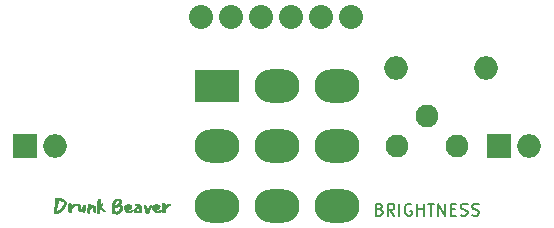
<source format=gbr>
G04 #@! TF.GenerationSoftware,KiCad,Pcbnew,(5.1.9-0-10_14)*
G04 #@! TF.CreationDate,2021-07-10T16:18:32+02:00*
G04 #@! TF.ProjectId,3pdt-switch,33706474-2d73-4776-9974-63682e6b6963,rev?*
G04 #@! TF.SameCoordinates,Original*
G04 #@! TF.FileFunction,Soldermask,Top*
G04 #@! TF.FilePolarity,Negative*
%FSLAX46Y46*%
G04 Gerber Fmt 4.6, Leading zero omitted, Abs format (unit mm)*
G04 Created by KiCad (PCBNEW (5.1.9-0-10_14)) date 2021-07-10 16:18:32*
%MOMM*%
%LPD*%
G01*
G04 APERTURE LIST*
%ADD10C,0.150000*%
%ADD11C,0.010000*%
%ADD12R,3.816000X2.816000*%
%ADD13O,3.816000X2.816000*%
%ADD14O,1.930400X1.930400*%
%ADD15O,2.000000X2.000000*%
%ADD16O,2.032000X2.032000*%
%ADD17R,2.000000X2.000000*%
G04 APERTURE END LIST*
D10*
X123000000Y-101782571D02*
X123142857Y-101830190D01*
X123190476Y-101877809D01*
X123238095Y-101973047D01*
X123238095Y-102115904D01*
X123190476Y-102211142D01*
X123142857Y-102258761D01*
X123047619Y-102306380D01*
X122666666Y-102306380D01*
X122666666Y-101306380D01*
X123000000Y-101306380D01*
X123095238Y-101354000D01*
X123142857Y-101401619D01*
X123190476Y-101496857D01*
X123190476Y-101592095D01*
X123142857Y-101687333D01*
X123095238Y-101734952D01*
X123000000Y-101782571D01*
X122666666Y-101782571D01*
X124238095Y-102306380D02*
X123904761Y-101830190D01*
X123666666Y-102306380D02*
X123666666Y-101306380D01*
X124047619Y-101306380D01*
X124142857Y-101354000D01*
X124190476Y-101401619D01*
X124238095Y-101496857D01*
X124238095Y-101639714D01*
X124190476Y-101734952D01*
X124142857Y-101782571D01*
X124047619Y-101830190D01*
X123666666Y-101830190D01*
X124666666Y-102306380D02*
X124666666Y-101306380D01*
X125666666Y-101354000D02*
X125571428Y-101306380D01*
X125428571Y-101306380D01*
X125285714Y-101354000D01*
X125190476Y-101449238D01*
X125142857Y-101544476D01*
X125095238Y-101734952D01*
X125095238Y-101877809D01*
X125142857Y-102068285D01*
X125190476Y-102163523D01*
X125285714Y-102258761D01*
X125428571Y-102306380D01*
X125523809Y-102306380D01*
X125666666Y-102258761D01*
X125714285Y-102211142D01*
X125714285Y-101877809D01*
X125523809Y-101877809D01*
X126142857Y-102306380D02*
X126142857Y-101306380D01*
X126142857Y-101782571D02*
X126714285Y-101782571D01*
X126714285Y-102306380D02*
X126714285Y-101306380D01*
X127047619Y-101306380D02*
X127619047Y-101306380D01*
X127333333Y-102306380D02*
X127333333Y-101306380D01*
X127952380Y-102306380D02*
X127952380Y-101306380D01*
X128523809Y-102306380D01*
X128523809Y-101306380D01*
X129000000Y-101782571D02*
X129333333Y-101782571D01*
X129476190Y-102306380D02*
X129000000Y-102306380D01*
X129000000Y-101306380D01*
X129476190Y-101306380D01*
X129857142Y-102258761D02*
X130000000Y-102306380D01*
X130238095Y-102306380D01*
X130333333Y-102258761D01*
X130380952Y-102211142D01*
X130428571Y-102115904D01*
X130428571Y-102020666D01*
X130380952Y-101925428D01*
X130333333Y-101877809D01*
X130238095Y-101830190D01*
X130047619Y-101782571D01*
X129952380Y-101734952D01*
X129904761Y-101687333D01*
X129857142Y-101592095D01*
X129857142Y-101496857D01*
X129904761Y-101401619D01*
X129952380Y-101354000D01*
X130047619Y-101306380D01*
X130285714Y-101306380D01*
X130428571Y-101354000D01*
X130809523Y-102258761D02*
X130952380Y-102306380D01*
X131190476Y-102306380D01*
X131285714Y-102258761D01*
X131333333Y-102211142D01*
X131380952Y-102115904D01*
X131380952Y-102020666D01*
X131333333Y-101925428D01*
X131285714Y-101877809D01*
X131190476Y-101830190D01*
X131000000Y-101782571D01*
X130904761Y-101734952D01*
X130857142Y-101687333D01*
X130809523Y-101592095D01*
X130809523Y-101496857D01*
X130857142Y-101401619D01*
X130904761Y-101354000D01*
X131000000Y-101306380D01*
X131238095Y-101306380D01*
X131380952Y-101354000D01*
D11*
G36*
X104715390Y-101262675D02*
G01*
X104748260Y-101281294D01*
X104751418Y-101284318D01*
X104763479Y-101298178D01*
X104770905Y-101314204D01*
X104774364Y-101337868D01*
X104774523Y-101374643D01*
X104772050Y-101430000D01*
X104771161Y-101446243D01*
X104763686Y-101580950D01*
X104793016Y-101517450D01*
X104826960Y-101457523D01*
X104868714Y-101414047D01*
X104926107Y-101379420D01*
X104943497Y-101371397D01*
X104988827Y-101356919D01*
X105048969Y-101345090D01*
X105115194Y-101336858D01*
X105178769Y-101333167D01*
X105230965Y-101334965D01*
X105249945Y-101338187D01*
X105272910Y-101346987D01*
X105275133Y-101360920D01*
X105270132Y-101371712D01*
X105253128Y-101391724D01*
X105240919Y-101396799D01*
X105216090Y-101403144D01*
X105176507Y-101419880D01*
X105128715Y-101443561D01*
X105079259Y-101470741D01*
X105034685Y-101497973D01*
X105001539Y-101521813D01*
X104998425Y-101524471D01*
X104949239Y-101576234D01*
X104901260Y-101641859D01*
X104857820Y-101715078D01*
X104822248Y-101789623D01*
X104797872Y-101859226D01*
X104788024Y-101917617D01*
X104787967Y-101920675D01*
X104776865Y-101962138D01*
X104748063Y-101990930D01*
X104707244Y-102004307D01*
X104660089Y-101999521D01*
X104640636Y-101991864D01*
X104620324Y-101980304D01*
X104604428Y-101965635D01*
X104592413Y-101944829D01*
X104583744Y-101914856D01*
X104577887Y-101872689D01*
X104574306Y-101815300D01*
X104572467Y-101739661D01*
X104571835Y-101642742D01*
X104571800Y-101602122D01*
X104571910Y-101499698D01*
X104572765Y-101419861D01*
X104575148Y-101359797D01*
X104579843Y-101316692D01*
X104587634Y-101287734D01*
X104599306Y-101270110D01*
X104615642Y-101261004D01*
X104637427Y-101257605D01*
X104665444Y-101257099D01*
X104667957Y-101257099D01*
X104715390Y-101262675D01*
G37*
X104715390Y-101262675D02*
X104748260Y-101281294D01*
X104751418Y-101284318D01*
X104763479Y-101298178D01*
X104770905Y-101314204D01*
X104774364Y-101337868D01*
X104774523Y-101374643D01*
X104772050Y-101430000D01*
X104771161Y-101446243D01*
X104763686Y-101580950D01*
X104793016Y-101517450D01*
X104826960Y-101457523D01*
X104868714Y-101414047D01*
X104926107Y-101379420D01*
X104943497Y-101371397D01*
X104988827Y-101356919D01*
X105048969Y-101345090D01*
X105115194Y-101336858D01*
X105178769Y-101333167D01*
X105230965Y-101334965D01*
X105249945Y-101338187D01*
X105272910Y-101346987D01*
X105275133Y-101360920D01*
X105270132Y-101371712D01*
X105253128Y-101391724D01*
X105240919Y-101396799D01*
X105216090Y-101403144D01*
X105176507Y-101419880D01*
X105128715Y-101443561D01*
X105079259Y-101470741D01*
X105034685Y-101497973D01*
X105001539Y-101521813D01*
X104998425Y-101524471D01*
X104949239Y-101576234D01*
X104901260Y-101641859D01*
X104857820Y-101715078D01*
X104822248Y-101789623D01*
X104797872Y-101859226D01*
X104788024Y-101917617D01*
X104787967Y-101920675D01*
X104776865Y-101962138D01*
X104748063Y-101990930D01*
X104707244Y-102004307D01*
X104660089Y-101999521D01*
X104640636Y-101991864D01*
X104620324Y-101980304D01*
X104604428Y-101965635D01*
X104592413Y-101944829D01*
X104583744Y-101914856D01*
X104577887Y-101872689D01*
X104574306Y-101815300D01*
X104572467Y-101739661D01*
X104571835Y-101642742D01*
X104571800Y-101602122D01*
X104571910Y-101499698D01*
X104572765Y-101419861D01*
X104575148Y-101359797D01*
X104579843Y-101316692D01*
X104587634Y-101287734D01*
X104599306Y-101270110D01*
X104615642Y-101261004D01*
X104637427Y-101257605D01*
X104665444Y-101257099D01*
X104667957Y-101257099D01*
X104715390Y-101262675D01*
G36*
X96777914Y-101262683D02*
G01*
X96810786Y-101281316D01*
X96813891Y-101284291D01*
X96826175Y-101298460D01*
X96833595Y-101314830D01*
X96836858Y-101339058D01*
X96836674Y-101376797D01*
X96833750Y-101433703D01*
X96833383Y-101439866D01*
X96825683Y-101568250D01*
X96856601Y-101509170D01*
X96899441Y-101444859D01*
X96953410Y-101397184D01*
X97021441Y-101364746D01*
X97106468Y-101346150D01*
X97211425Y-101339999D01*
X97211859Y-101339997D01*
X97267445Y-101340534D01*
X97302386Y-101343096D01*
X97321407Y-101348495D01*
X97329234Y-101357543D01*
X97329957Y-101360275D01*
X97324492Y-101375176D01*
X97300368Y-101391979D01*
X97254681Y-101412661D01*
X97250414Y-101414379D01*
X97170588Y-101449831D01*
X97107559Y-101487044D01*
X97053010Y-101531588D01*
X97011604Y-101574329D01*
X96942023Y-101669184D01*
X96888569Y-101778858D01*
X96856958Y-101885562D01*
X96841993Y-101943233D01*
X96823652Y-101979738D01*
X96798236Y-101999307D01*
X96762042Y-102006172D01*
X96751268Y-102006400D01*
X96712480Y-101999057D01*
X96677616Y-101973644D01*
X96671145Y-101966956D01*
X96634300Y-101927513D01*
X96634300Y-101612264D01*
X96634395Y-101508171D01*
X96635182Y-101426706D01*
X96637410Y-101365095D01*
X96641831Y-101320566D01*
X96649196Y-101290346D01*
X96660254Y-101271662D01*
X96675758Y-101261741D01*
X96696456Y-101257811D01*
X96723101Y-101257100D01*
X96730457Y-101257099D01*
X96777914Y-101262683D01*
G37*
X96777914Y-101262683D02*
X96810786Y-101281316D01*
X96813891Y-101284291D01*
X96826175Y-101298460D01*
X96833595Y-101314830D01*
X96836858Y-101339058D01*
X96836674Y-101376797D01*
X96833750Y-101433703D01*
X96833383Y-101439866D01*
X96825683Y-101568250D01*
X96856601Y-101509170D01*
X96899441Y-101444859D01*
X96953410Y-101397184D01*
X97021441Y-101364746D01*
X97106468Y-101346150D01*
X97211425Y-101339999D01*
X97211859Y-101339997D01*
X97267445Y-101340534D01*
X97302386Y-101343096D01*
X97321407Y-101348495D01*
X97329234Y-101357543D01*
X97329957Y-101360275D01*
X97324492Y-101375176D01*
X97300368Y-101391979D01*
X97254681Y-101412661D01*
X97250414Y-101414379D01*
X97170588Y-101449831D01*
X97107559Y-101487044D01*
X97053010Y-101531588D01*
X97011604Y-101574329D01*
X96942023Y-101669184D01*
X96888569Y-101778858D01*
X96856958Y-101885562D01*
X96841993Y-101943233D01*
X96823652Y-101979738D01*
X96798236Y-101999307D01*
X96762042Y-102006172D01*
X96751268Y-102006400D01*
X96712480Y-101999057D01*
X96677616Y-101973644D01*
X96671145Y-101966956D01*
X96634300Y-101927513D01*
X96634300Y-101612264D01*
X96634395Y-101508171D01*
X96635182Y-101426706D01*
X96637410Y-101365095D01*
X96641831Y-101320566D01*
X96649196Y-101290346D01*
X96660254Y-101271662D01*
X96675758Y-101261741D01*
X96696456Y-101257811D01*
X96723101Y-101257100D01*
X96730457Y-101257099D01*
X96777914Y-101262683D01*
G36*
X97575562Y-101349419D02*
G01*
X97610948Y-101368562D01*
X97625174Y-101384613D01*
X97631518Y-101421281D01*
X97625387Y-101462971D01*
X97615081Y-101527088D01*
X97611913Y-101593934D01*
X97615178Y-101658765D01*
X97624171Y-101716836D01*
X97638188Y-101763404D01*
X97656522Y-101793724D01*
X97675950Y-101803200D01*
X97704555Y-101791588D01*
X97736419Y-101759742D01*
X97768945Y-101712143D01*
X97799537Y-101653273D01*
X97825601Y-101587613D01*
X97844541Y-101519644D01*
X97846890Y-101508051D01*
X97857580Y-101462270D01*
X97869594Y-101426349D01*
X97880423Y-101407711D01*
X97880926Y-101407341D01*
X97906039Y-101401463D01*
X97943794Y-101403097D01*
X97983077Y-101410757D01*
X98012777Y-101422955D01*
X98016135Y-101425424D01*
X98022686Y-101435093D01*
X98026970Y-101453607D01*
X98029127Y-101484481D01*
X98029298Y-101531230D01*
X98027626Y-101597370D01*
X98025452Y-101656642D01*
X98018758Y-101776931D01*
X98009118Y-101872233D01*
X97996485Y-101942794D01*
X97980816Y-101988860D01*
X97962064Y-102010678D01*
X97960456Y-102011373D01*
X97939712Y-102018118D01*
X97928291Y-102013203D01*
X97919686Y-102003225D01*
X97907116Y-101982146D01*
X97891068Y-101947972D01*
X97885002Y-101933375D01*
X97871478Y-101901327D01*
X97861922Y-101881986D01*
X97859767Y-101879400D01*
X97847630Y-101885135D01*
X97820674Y-101899785D01*
X97800821Y-101910997D01*
X97735771Y-101936153D01*
X97666745Y-101942559D01*
X97607340Y-101930766D01*
X97560799Y-101903463D01*
X97512894Y-101859542D01*
X97470664Y-101806354D01*
X97445582Y-101761818D01*
X97431845Y-101727775D01*
X97423042Y-101694428D01*
X97418160Y-101654688D01*
X97416190Y-101601466D01*
X97415997Y-101554214D01*
X97418045Y-101476350D01*
X97424597Y-101419980D01*
X97436974Y-101381398D01*
X97456496Y-101356899D01*
X97484485Y-101342777D01*
X97492099Y-101340646D01*
X97532457Y-101338962D01*
X97575562Y-101349419D01*
G37*
X97575562Y-101349419D02*
X97610948Y-101368562D01*
X97625174Y-101384613D01*
X97631518Y-101421281D01*
X97625387Y-101462971D01*
X97615081Y-101527088D01*
X97611913Y-101593934D01*
X97615178Y-101658765D01*
X97624171Y-101716836D01*
X97638188Y-101763404D01*
X97656522Y-101793724D01*
X97675950Y-101803200D01*
X97704555Y-101791588D01*
X97736419Y-101759742D01*
X97768945Y-101712143D01*
X97799537Y-101653273D01*
X97825601Y-101587613D01*
X97844541Y-101519644D01*
X97846890Y-101508051D01*
X97857580Y-101462270D01*
X97869594Y-101426349D01*
X97880423Y-101407711D01*
X97880926Y-101407341D01*
X97906039Y-101401463D01*
X97943794Y-101403097D01*
X97983077Y-101410757D01*
X98012777Y-101422955D01*
X98016135Y-101425424D01*
X98022686Y-101435093D01*
X98026970Y-101453607D01*
X98029127Y-101484481D01*
X98029298Y-101531230D01*
X98027626Y-101597370D01*
X98025452Y-101656642D01*
X98018758Y-101776931D01*
X98009118Y-101872233D01*
X97996485Y-101942794D01*
X97980816Y-101988860D01*
X97962064Y-102010678D01*
X97960456Y-102011373D01*
X97939712Y-102018118D01*
X97928291Y-102013203D01*
X97919686Y-102003225D01*
X97907116Y-101982146D01*
X97891068Y-101947972D01*
X97885002Y-101933375D01*
X97871478Y-101901327D01*
X97861922Y-101881986D01*
X97859767Y-101879400D01*
X97847630Y-101885135D01*
X97820674Y-101899785D01*
X97800821Y-101910997D01*
X97735771Y-101936153D01*
X97666745Y-101942559D01*
X97607340Y-101930766D01*
X97560799Y-101903463D01*
X97512894Y-101859542D01*
X97470664Y-101806354D01*
X97445582Y-101761818D01*
X97431845Y-101727775D01*
X97423042Y-101694428D01*
X97418160Y-101654688D01*
X97416190Y-101601466D01*
X97415997Y-101554214D01*
X97418045Y-101476350D01*
X97424597Y-101419980D01*
X97436974Y-101381398D01*
X97456496Y-101356899D01*
X97484485Y-101342777D01*
X97492099Y-101340646D01*
X97532457Y-101338962D01*
X97575562Y-101349419D01*
G36*
X104159709Y-101360042D02*
G01*
X104230431Y-101379141D01*
X104288739Y-101408453D01*
X104330927Y-101445861D01*
X104353290Y-101489250D01*
X104355900Y-101510635D01*
X104345719Y-101552011D01*
X104318157Y-101600334D01*
X104277683Y-101649600D01*
X104228765Y-101693806D01*
X104209014Y-101707948D01*
X104142299Y-101748761D01*
X104082955Y-101778366D01*
X104034891Y-101795101D01*
X104002017Y-101797305D01*
X103999955Y-101796740D01*
X103979703Y-101796064D01*
X103974547Y-101809002D01*
X103982076Y-101830768D01*
X103999878Y-101856575D01*
X104025541Y-101881636D01*
X104051240Y-101898522D01*
X104113354Y-101916798D01*
X104182038Y-101912393D01*
X104254142Y-101886093D01*
X104326514Y-101838681D01*
X104341284Y-101826262D01*
X104382509Y-101798995D01*
X104416350Y-101794904D01*
X104441435Y-101813908D01*
X104450497Y-101832703D01*
X104453463Y-101877254D01*
X104434133Y-101922515D01*
X104395125Y-101964254D01*
X104351882Y-101992076D01*
X104291626Y-102013490D01*
X104217716Y-102026059D01*
X104140582Y-102029013D01*
X104070652Y-102021580D01*
X104044750Y-102014786D01*
X103941971Y-101969848D01*
X103859332Y-101910050D01*
X103797337Y-101836010D01*
X103756491Y-101748345D01*
X103737299Y-101647672D01*
X103737003Y-101643255D01*
X103917954Y-101643255D01*
X103924366Y-101657471D01*
X103941972Y-101673221D01*
X103949756Y-101676200D01*
X103963512Y-101668849D01*
X103992025Y-101649178D01*
X104030235Y-101620754D01*
X104049801Y-101605624D01*
X104094296Y-101569481D01*
X104121609Y-101543075D01*
X104135550Y-101521842D01*
X104139931Y-101501224D01*
X104140000Y-101497674D01*
X104136484Y-101471218D01*
X104121764Y-101459774D01*
X104089584Y-101459193D01*
X104082850Y-101459788D01*
X104044908Y-101471908D01*
X104005800Y-101498084D01*
X103969539Y-101533312D01*
X103940135Y-101572586D01*
X103921603Y-101610902D01*
X103917954Y-101643255D01*
X103737003Y-101643255D01*
X103736657Y-101638100D01*
X103736512Y-101574064D01*
X103746706Y-101524597D01*
X103770567Y-101484614D01*
X103811423Y-101449031D01*
X103872605Y-101412764D01*
X103890150Y-101403664D01*
X103942393Y-101378277D01*
X103982484Y-101363155D01*
X104020180Y-101355714D01*
X104065237Y-101353367D01*
X104080277Y-101353271D01*
X104159709Y-101360042D01*
G37*
X104159709Y-101360042D02*
X104230431Y-101379141D01*
X104288739Y-101408453D01*
X104330927Y-101445861D01*
X104353290Y-101489250D01*
X104355900Y-101510635D01*
X104345719Y-101552011D01*
X104318157Y-101600334D01*
X104277683Y-101649600D01*
X104228765Y-101693806D01*
X104209014Y-101707948D01*
X104142299Y-101748761D01*
X104082955Y-101778366D01*
X104034891Y-101795101D01*
X104002017Y-101797305D01*
X103999955Y-101796740D01*
X103979703Y-101796064D01*
X103974547Y-101809002D01*
X103982076Y-101830768D01*
X103999878Y-101856575D01*
X104025541Y-101881636D01*
X104051240Y-101898522D01*
X104113354Y-101916798D01*
X104182038Y-101912393D01*
X104254142Y-101886093D01*
X104326514Y-101838681D01*
X104341284Y-101826262D01*
X104382509Y-101798995D01*
X104416350Y-101794904D01*
X104441435Y-101813908D01*
X104450497Y-101832703D01*
X104453463Y-101877254D01*
X104434133Y-101922515D01*
X104395125Y-101964254D01*
X104351882Y-101992076D01*
X104291626Y-102013490D01*
X104217716Y-102026059D01*
X104140582Y-102029013D01*
X104070652Y-102021580D01*
X104044750Y-102014786D01*
X103941971Y-101969848D01*
X103859332Y-101910050D01*
X103797337Y-101836010D01*
X103756491Y-101748345D01*
X103737299Y-101647672D01*
X103737003Y-101643255D01*
X103917954Y-101643255D01*
X103924366Y-101657471D01*
X103941972Y-101673221D01*
X103949756Y-101676200D01*
X103963512Y-101668849D01*
X103992025Y-101649178D01*
X104030235Y-101620754D01*
X104049801Y-101605624D01*
X104094296Y-101569481D01*
X104121609Y-101543075D01*
X104135550Y-101521842D01*
X104139931Y-101501224D01*
X104140000Y-101497674D01*
X104136484Y-101471218D01*
X104121764Y-101459774D01*
X104089584Y-101459193D01*
X104082850Y-101459788D01*
X104044908Y-101471908D01*
X104005800Y-101498084D01*
X103969539Y-101533312D01*
X103940135Y-101572586D01*
X103921603Y-101610902D01*
X103917954Y-101643255D01*
X103737003Y-101643255D01*
X103736657Y-101638100D01*
X103736512Y-101574064D01*
X103746706Y-101524597D01*
X103770567Y-101484614D01*
X103811423Y-101449031D01*
X103872605Y-101412764D01*
X103890150Y-101403664D01*
X103942393Y-101378277D01*
X103982484Y-101363155D01*
X104020180Y-101355714D01*
X104065237Y-101353367D01*
X104080277Y-101353271D01*
X104159709Y-101360042D01*
G36*
X101764348Y-101355902D02*
G01*
X101808897Y-101364411D01*
X101854880Y-101382580D01*
X101872162Y-101390970D01*
X101930185Y-101428026D01*
X101963496Y-101469465D01*
X101972225Y-101516113D01*
X101956500Y-101568795D01*
X101916451Y-101628335D01*
X101910458Y-101635465D01*
X101867830Y-101676895D01*
X101814033Y-101717214D01*
X101755638Y-101752622D01*
X101699218Y-101779318D01*
X101651345Y-101793503D01*
X101634925Y-101794807D01*
X101600484Y-101798101D01*
X101588635Y-101810820D01*
X101599143Y-101834187D01*
X101622225Y-101860111D01*
X101679351Y-101901972D01*
X101742327Y-101919213D01*
X101810851Y-101911859D01*
X101884621Y-101879934D01*
X101951387Y-101833368D01*
X101998315Y-101801949D01*
X102033646Y-101792936D01*
X102057174Y-101806276D01*
X102068690Y-101841913D01*
X102069900Y-101864856D01*
X102058117Y-101909557D01*
X102026134Y-101952370D01*
X101978996Y-101988614D01*
X101921746Y-102013611D01*
X101904912Y-102017889D01*
X101798956Y-102030533D01*
X101699261Y-102022635D01*
X101641704Y-102007039D01*
X101546636Y-101960282D01*
X101465350Y-101894794D01*
X101401551Y-101813988D01*
X101373329Y-101759854D01*
X101358025Y-101708991D01*
X101349941Y-101649655D01*
X101349839Y-101636445D01*
X101537568Y-101636445D01*
X101541081Y-101657121D01*
X101552617Y-101672805D01*
X101571869Y-101672655D01*
X101602622Y-101655767D01*
X101629922Y-101635884D01*
X101693644Y-101584545D01*
X101736400Y-101543636D01*
X101759464Y-101511311D01*
X101764106Y-101485729D01*
X101751601Y-101465043D01*
X101749225Y-101462981D01*
X101719727Y-101453447D01*
X101682642Y-101462198D01*
X101642376Y-101485125D01*
X101603331Y-101518121D01*
X101569912Y-101557078D01*
X101546523Y-101597889D01*
X101537568Y-101636445D01*
X101349839Y-101636445D01*
X101349489Y-101591233D01*
X101357079Y-101543115D01*
X101363179Y-101527416D01*
X101405928Y-101470387D01*
X101468204Y-101421956D01*
X101544855Y-101384714D01*
X101630730Y-101361251D01*
X101707950Y-101354069D01*
X101764348Y-101355902D01*
G37*
X101764348Y-101355902D02*
X101808897Y-101364411D01*
X101854880Y-101382580D01*
X101872162Y-101390970D01*
X101930185Y-101428026D01*
X101963496Y-101469465D01*
X101972225Y-101516113D01*
X101956500Y-101568795D01*
X101916451Y-101628335D01*
X101910458Y-101635465D01*
X101867830Y-101676895D01*
X101814033Y-101717214D01*
X101755638Y-101752622D01*
X101699218Y-101779318D01*
X101651345Y-101793503D01*
X101634925Y-101794807D01*
X101600484Y-101798101D01*
X101588635Y-101810820D01*
X101599143Y-101834187D01*
X101622225Y-101860111D01*
X101679351Y-101901972D01*
X101742327Y-101919213D01*
X101810851Y-101911859D01*
X101884621Y-101879934D01*
X101951387Y-101833368D01*
X101998315Y-101801949D01*
X102033646Y-101792936D01*
X102057174Y-101806276D01*
X102068690Y-101841913D01*
X102069900Y-101864856D01*
X102058117Y-101909557D01*
X102026134Y-101952370D01*
X101978996Y-101988614D01*
X101921746Y-102013611D01*
X101904912Y-102017889D01*
X101798956Y-102030533D01*
X101699261Y-102022635D01*
X101641704Y-102007039D01*
X101546636Y-101960282D01*
X101465350Y-101894794D01*
X101401551Y-101813988D01*
X101373329Y-101759854D01*
X101358025Y-101708991D01*
X101349941Y-101649655D01*
X101349839Y-101636445D01*
X101537568Y-101636445D01*
X101541081Y-101657121D01*
X101552617Y-101672805D01*
X101571869Y-101672655D01*
X101602622Y-101655767D01*
X101629922Y-101635884D01*
X101693644Y-101584545D01*
X101736400Y-101543636D01*
X101759464Y-101511311D01*
X101764106Y-101485729D01*
X101751601Y-101465043D01*
X101749225Y-101462981D01*
X101719727Y-101453447D01*
X101682642Y-101462198D01*
X101642376Y-101485125D01*
X101603331Y-101518121D01*
X101569912Y-101557078D01*
X101546523Y-101597889D01*
X101537568Y-101636445D01*
X101349839Y-101636445D01*
X101349489Y-101591233D01*
X101357079Y-101543115D01*
X101363179Y-101527416D01*
X101405928Y-101470387D01*
X101468204Y-101421956D01*
X101544855Y-101384714D01*
X101630730Y-101361251D01*
X101707950Y-101354069D01*
X101764348Y-101355902D01*
G36*
X102517858Y-101313636D02*
G01*
X102603566Y-101336688D01*
X102677987Y-101380702D01*
X102699787Y-101399296D01*
X102731529Y-101432797D01*
X102756016Y-101470123D01*
X102774565Y-101515532D01*
X102788495Y-101573281D01*
X102799122Y-101647627D01*
X102807763Y-101742827D01*
X102808297Y-101749972D01*
X102814224Y-101841711D01*
X102816413Y-101911022D01*
X102814536Y-101960646D01*
X102808266Y-101993325D01*
X102797276Y-102011801D01*
X102781236Y-102018815D01*
X102776142Y-102019100D01*
X102745412Y-102009985D01*
X102724243Y-101994024D01*
X102692745Y-101967543D01*
X102661729Y-101962432D01*
X102625530Y-101978717D01*
X102604116Y-101994570D01*
X102571897Y-102017564D01*
X102540670Y-102030780D01*
X102500298Y-102037584D01*
X102467362Y-102039995D01*
X102401964Y-102040031D01*
X102349582Y-102030626D01*
X102323900Y-102021569D01*
X102268063Y-101996600D01*
X102230311Y-101973309D01*
X102204127Y-101947064D01*
X102190550Y-101926780D01*
X102172986Y-101876354D01*
X102349300Y-101876354D01*
X102357437Y-101917144D01*
X102381702Y-101938446D01*
X102421873Y-101940213D01*
X102477728Y-101922396D01*
X102503726Y-101910123D01*
X102562691Y-101876556D01*
X102600682Y-101844505D01*
X102621405Y-101809481D01*
X102628565Y-101766994D01*
X102628700Y-101758750D01*
X102620650Y-101706548D01*
X102598689Y-101668344D01*
X102566103Y-101648098D01*
X102536129Y-101647179D01*
X102490548Y-101666624D01*
X102443864Y-101704029D01*
X102401454Y-101752796D01*
X102368698Y-101806328D01*
X102350975Y-101858026D01*
X102349300Y-101876354D01*
X102172986Y-101876354D01*
X102170176Y-101868287D01*
X102172799Y-101803265D01*
X102197741Y-101734384D01*
X102244322Y-101664313D01*
X102262606Y-101643250D01*
X102325258Y-101587454D01*
X102395500Y-101551026D01*
X102479897Y-101530805D01*
X102501655Y-101528150D01*
X102554960Y-101518887D01*
X102583727Y-101504568D01*
X102588387Y-101484797D01*
X102572809Y-101462490D01*
X102557093Y-101451872D01*
X102532583Y-101445892D01*
X102493606Y-101443778D01*
X102440897Y-101444563D01*
X102368941Y-101445756D01*
X102318634Y-101443652D01*
X102286328Y-101437271D01*
X102268379Y-101425635D01*
X102261141Y-101407764D01*
X102260400Y-101396083D01*
X102269179Y-101361420D01*
X102296779Y-101336347D01*
X102345095Y-101319841D01*
X102416023Y-101310876D01*
X102418267Y-101310729D01*
X102517858Y-101313636D01*
G37*
X102517858Y-101313636D02*
X102603566Y-101336688D01*
X102677987Y-101380702D01*
X102699787Y-101399296D01*
X102731529Y-101432797D01*
X102756016Y-101470123D01*
X102774565Y-101515532D01*
X102788495Y-101573281D01*
X102799122Y-101647627D01*
X102807763Y-101742827D01*
X102808297Y-101749972D01*
X102814224Y-101841711D01*
X102816413Y-101911022D01*
X102814536Y-101960646D01*
X102808266Y-101993325D01*
X102797276Y-102011801D01*
X102781236Y-102018815D01*
X102776142Y-102019100D01*
X102745412Y-102009985D01*
X102724243Y-101994024D01*
X102692745Y-101967543D01*
X102661729Y-101962432D01*
X102625530Y-101978717D01*
X102604116Y-101994570D01*
X102571897Y-102017564D01*
X102540670Y-102030780D01*
X102500298Y-102037584D01*
X102467362Y-102039995D01*
X102401964Y-102040031D01*
X102349582Y-102030626D01*
X102323900Y-102021569D01*
X102268063Y-101996600D01*
X102230311Y-101973309D01*
X102204127Y-101947064D01*
X102190550Y-101926780D01*
X102172986Y-101876354D01*
X102349300Y-101876354D01*
X102357437Y-101917144D01*
X102381702Y-101938446D01*
X102421873Y-101940213D01*
X102477728Y-101922396D01*
X102503726Y-101910123D01*
X102562691Y-101876556D01*
X102600682Y-101844505D01*
X102621405Y-101809481D01*
X102628565Y-101766994D01*
X102628700Y-101758750D01*
X102620650Y-101706548D01*
X102598689Y-101668344D01*
X102566103Y-101648098D01*
X102536129Y-101647179D01*
X102490548Y-101666624D01*
X102443864Y-101704029D01*
X102401454Y-101752796D01*
X102368698Y-101806328D01*
X102350975Y-101858026D01*
X102349300Y-101876354D01*
X102172986Y-101876354D01*
X102170176Y-101868287D01*
X102172799Y-101803265D01*
X102197741Y-101734384D01*
X102244322Y-101664313D01*
X102262606Y-101643250D01*
X102325258Y-101587454D01*
X102395500Y-101551026D01*
X102479897Y-101530805D01*
X102501655Y-101528150D01*
X102554960Y-101518887D01*
X102583727Y-101504568D01*
X102588387Y-101484797D01*
X102572809Y-101462490D01*
X102557093Y-101451872D01*
X102532583Y-101445892D01*
X102493606Y-101443778D01*
X102440897Y-101444563D01*
X102368941Y-101445756D01*
X102318634Y-101443652D01*
X102286328Y-101437271D01*
X102268379Y-101425635D01*
X102261141Y-101407764D01*
X102260400Y-101396083D01*
X102269179Y-101361420D01*
X102296779Y-101336347D01*
X102345095Y-101319841D01*
X102416023Y-101310876D01*
X102418267Y-101310729D01*
X102517858Y-101313636D01*
G36*
X98420876Y-101341618D02*
G01*
X98458942Y-101363583D01*
X98481018Y-101395203D01*
X98482739Y-101430723D01*
X98479363Y-101453728D01*
X98489613Y-101458892D01*
X98503747Y-101456102D01*
X98558982Y-101445905D01*
X98620619Y-101439974D01*
X98679788Y-101438668D01*
X98727620Y-101442348D01*
X98744977Y-101446321D01*
X98801691Y-101477969D01*
X98849304Y-101530727D01*
X98885908Y-101601344D01*
X98909597Y-101686570D01*
X98916432Y-101738524D01*
X98918526Y-101827575D01*
X98907978Y-101894740D01*
X98884708Y-101940206D01*
X98848636Y-101964164D01*
X98819607Y-101968300D01*
X98790975Y-101965502D01*
X98770559Y-101954595D01*
X98756629Y-101931807D01*
X98747455Y-101893364D01*
X98741308Y-101835495D01*
X98738432Y-101791283D01*
X98733497Y-101717746D01*
X98727253Y-101665865D01*
X98717847Y-101631905D01*
X98703424Y-101612127D01*
X98682133Y-101602795D01*
X98652119Y-101600171D01*
X98643628Y-101600124D01*
X98597244Y-101605581D01*
X98547119Y-101619741D01*
X98500416Y-101639550D01*
X98464294Y-101661951D01*
X98445915Y-101683890D01*
X98445692Y-101684575D01*
X98440757Y-101705799D01*
X98432631Y-101746216D01*
X98422449Y-101799989D01*
X98411533Y-101860230D01*
X98400055Y-101921355D01*
X98388859Y-101974724D01*
X98379237Y-102014539D01*
X98372564Y-102034855D01*
X98350253Y-102051827D01*
X98313132Y-102055817D01*
X98268578Y-102046209D01*
X98262890Y-102044035D01*
X98239235Y-102029119D01*
X98223847Y-102004457D01*
X98216049Y-101966413D01*
X98215167Y-101911355D01*
X98220524Y-101835648D01*
X98221766Y-101822870D01*
X98232702Y-101721405D01*
X98244585Y-101625635D01*
X98256886Y-101538775D01*
X98269078Y-101464044D01*
X98280630Y-101404658D01*
X98291016Y-101363835D01*
X98299705Y-101344792D01*
X98300413Y-101344239D01*
X98322923Y-101337590D01*
X98358932Y-101333807D01*
X98371602Y-101333494D01*
X98420876Y-101341618D01*
G37*
X98420876Y-101341618D02*
X98458942Y-101363583D01*
X98481018Y-101395203D01*
X98482739Y-101430723D01*
X98479363Y-101453728D01*
X98489613Y-101458892D01*
X98503747Y-101456102D01*
X98558982Y-101445905D01*
X98620619Y-101439974D01*
X98679788Y-101438668D01*
X98727620Y-101442348D01*
X98744977Y-101446321D01*
X98801691Y-101477969D01*
X98849304Y-101530727D01*
X98885908Y-101601344D01*
X98909597Y-101686570D01*
X98916432Y-101738524D01*
X98918526Y-101827575D01*
X98907978Y-101894740D01*
X98884708Y-101940206D01*
X98848636Y-101964164D01*
X98819607Y-101968300D01*
X98790975Y-101965502D01*
X98770559Y-101954595D01*
X98756629Y-101931807D01*
X98747455Y-101893364D01*
X98741308Y-101835495D01*
X98738432Y-101791283D01*
X98733497Y-101717746D01*
X98727253Y-101665865D01*
X98717847Y-101631905D01*
X98703424Y-101612127D01*
X98682133Y-101602795D01*
X98652119Y-101600171D01*
X98643628Y-101600124D01*
X98597244Y-101605581D01*
X98547119Y-101619741D01*
X98500416Y-101639550D01*
X98464294Y-101661951D01*
X98445915Y-101683890D01*
X98445692Y-101684575D01*
X98440757Y-101705799D01*
X98432631Y-101746216D01*
X98422449Y-101799989D01*
X98411533Y-101860230D01*
X98400055Y-101921355D01*
X98388859Y-101974724D01*
X98379237Y-102014539D01*
X98372564Y-102034855D01*
X98350253Y-102051827D01*
X98313132Y-102055817D01*
X98268578Y-102046209D01*
X98262890Y-102044035D01*
X98239235Y-102029119D01*
X98223847Y-102004457D01*
X98216049Y-101966413D01*
X98215167Y-101911355D01*
X98220524Y-101835648D01*
X98221766Y-101822870D01*
X98232702Y-101721405D01*
X98244585Y-101625635D01*
X98256886Y-101538775D01*
X98269078Y-101464044D01*
X98280630Y-101404658D01*
X98291016Y-101363835D01*
X98299705Y-101344792D01*
X98300413Y-101344239D01*
X98322923Y-101337590D01*
X98358932Y-101333807D01*
X98371602Y-101333494D01*
X98420876Y-101341618D01*
G36*
X99242752Y-100871260D02*
G01*
X99279585Y-100891216D01*
X99305561Y-100917827D01*
X99313382Y-100942197D01*
X99311865Y-100959768D01*
X99308051Y-100998075D01*
X99302405Y-101052606D01*
X99295395Y-101118848D01*
X99289407Y-101174550D01*
X99281938Y-101245530D01*
X99275855Y-101307138D01*
X99271538Y-101355194D01*
X99269367Y-101385517D01*
X99269428Y-101394194D01*
X99279427Y-101388327D01*
X99300972Y-101369186D01*
X99314334Y-101356094D01*
X99366671Y-101308765D01*
X99411603Y-101281058D01*
X99453823Y-101270260D01*
X99463539Y-101269883D01*
X99495495Y-101274477D01*
X99513159Y-101292541D01*
X99517851Y-101303264D01*
X99523519Y-101323784D01*
X99521743Y-101343470D01*
X99510124Y-101367290D01*
X99486261Y-101400212D01*
X99449074Y-101445626D01*
X99423444Y-101480519D01*
X99406677Y-101511525D01*
X99402900Y-101525990D01*
X99411441Y-101549222D01*
X99434677Y-101585905D01*
X99469028Y-101631849D01*
X99510912Y-101682866D01*
X99556750Y-101734767D01*
X99602960Y-101783364D01*
X99645961Y-101824466D01*
X99682173Y-101853886D01*
X99684651Y-101855596D01*
X99732098Y-101891817D01*
X99756226Y-101919495D01*
X99757305Y-101937752D01*
X99735602Y-101945710D01*
X99691386Y-101942490D01*
X99660027Y-101936209D01*
X99620036Y-101924887D01*
X99582179Y-101908687D01*
X99542425Y-101884901D01*
X99496741Y-101850820D01*
X99441095Y-101803737D01*
X99377500Y-101746484D01*
X99256850Y-101636020D01*
X99253185Y-101684685D01*
X99250920Y-101716648D01*
X99247524Y-101766864D01*
X99243472Y-101828237D01*
X99239561Y-101888612D01*
X99232142Y-101972032D01*
X99221348Y-102032276D01*
X99205955Y-102071476D01*
X99184738Y-102091767D01*
X99156472Y-102095280D01*
X99125854Y-102086615D01*
X99109238Y-102070682D01*
X99096066Y-102046343D01*
X99092415Y-102023845D01*
X99089512Y-101979109D01*
X99087357Y-101915287D01*
X99085950Y-101835530D01*
X99085291Y-101742988D01*
X99085380Y-101640814D01*
X99086217Y-101532158D01*
X99087802Y-101420172D01*
X99090135Y-101308006D01*
X99093216Y-101198813D01*
X99096072Y-101119406D01*
X99099891Y-101032761D01*
X99104381Y-100968248D01*
X99110901Y-100922608D01*
X99120806Y-100892582D01*
X99135456Y-100874911D01*
X99156207Y-100866336D01*
X99184416Y-100863598D01*
X99202704Y-100863400D01*
X99242752Y-100871260D01*
G37*
X99242752Y-100871260D02*
X99279585Y-100891216D01*
X99305561Y-100917827D01*
X99313382Y-100942197D01*
X99311865Y-100959768D01*
X99308051Y-100998075D01*
X99302405Y-101052606D01*
X99295395Y-101118848D01*
X99289407Y-101174550D01*
X99281938Y-101245530D01*
X99275855Y-101307138D01*
X99271538Y-101355194D01*
X99269367Y-101385517D01*
X99269428Y-101394194D01*
X99279427Y-101388327D01*
X99300972Y-101369186D01*
X99314334Y-101356094D01*
X99366671Y-101308765D01*
X99411603Y-101281058D01*
X99453823Y-101270260D01*
X99463539Y-101269883D01*
X99495495Y-101274477D01*
X99513159Y-101292541D01*
X99517851Y-101303264D01*
X99523519Y-101323784D01*
X99521743Y-101343470D01*
X99510124Y-101367290D01*
X99486261Y-101400212D01*
X99449074Y-101445626D01*
X99423444Y-101480519D01*
X99406677Y-101511525D01*
X99402900Y-101525990D01*
X99411441Y-101549222D01*
X99434677Y-101585905D01*
X99469028Y-101631849D01*
X99510912Y-101682866D01*
X99556750Y-101734767D01*
X99602960Y-101783364D01*
X99645961Y-101824466D01*
X99682173Y-101853886D01*
X99684651Y-101855596D01*
X99732098Y-101891817D01*
X99756226Y-101919495D01*
X99757305Y-101937752D01*
X99735602Y-101945710D01*
X99691386Y-101942490D01*
X99660027Y-101936209D01*
X99620036Y-101924887D01*
X99582179Y-101908687D01*
X99542425Y-101884901D01*
X99496741Y-101850820D01*
X99441095Y-101803737D01*
X99377500Y-101746484D01*
X99256850Y-101636020D01*
X99253185Y-101684685D01*
X99250920Y-101716648D01*
X99247524Y-101766864D01*
X99243472Y-101828237D01*
X99239561Y-101888612D01*
X99232142Y-101972032D01*
X99221348Y-102032276D01*
X99205955Y-102071476D01*
X99184738Y-102091767D01*
X99156472Y-102095280D01*
X99125854Y-102086615D01*
X99109238Y-102070682D01*
X99096066Y-102046343D01*
X99092415Y-102023845D01*
X99089512Y-101979109D01*
X99087357Y-101915287D01*
X99085950Y-101835530D01*
X99085291Y-101742988D01*
X99085380Y-101640814D01*
X99086217Y-101532158D01*
X99087802Y-101420172D01*
X99090135Y-101308006D01*
X99093216Y-101198813D01*
X99096072Y-101119406D01*
X99099891Y-101032761D01*
X99104381Y-100968248D01*
X99110901Y-100922608D01*
X99120806Y-100892582D01*
X99135456Y-100874911D01*
X99156207Y-100866336D01*
X99184416Y-100863598D01*
X99202704Y-100863400D01*
X99242752Y-100871260D01*
G36*
X103603221Y-101382240D02*
G01*
X103622383Y-101408101D01*
X103631849Y-101438994D01*
X103632000Y-101442900D01*
X103627598Y-101461538D01*
X103615403Y-101499752D01*
X103596926Y-101553484D01*
X103573680Y-101618675D01*
X103547177Y-101691269D01*
X103518929Y-101767207D01*
X103490449Y-101842432D01*
X103463250Y-101912885D01*
X103438843Y-101974509D01*
X103418742Y-102023245D01*
X103404458Y-102055036D01*
X103402227Y-102059391D01*
X103381586Y-102081354D01*
X103349332Y-102101109D01*
X103345635Y-102102725D01*
X103312376Y-102115467D01*
X103290712Y-102118714D01*
X103269226Y-102113727D01*
X103263700Y-102111762D01*
X103239824Y-102100568D01*
X103218646Y-102083772D01*
X103198671Y-102058473D01*
X103178406Y-102021771D01*
X103156358Y-101970766D01*
X103131032Y-101902558D01*
X103100934Y-101814246D01*
X103084078Y-101763019D01*
X103058522Y-101682949D01*
X103036442Y-101610251D01*
X103018869Y-101548615D01*
X103006831Y-101501733D01*
X103001360Y-101473292D01*
X103001458Y-101466999D01*
X103022620Y-101443534D01*
X103058056Y-101431240D01*
X103098054Y-101432934D01*
X103108125Y-101436060D01*
X103145010Y-101454850D01*
X103174748Y-101482786D01*
X103200498Y-101524402D01*
X103225419Y-101584228D01*
X103239031Y-101623831D01*
X103256977Y-101677363D01*
X103272913Y-101722863D01*
X103284654Y-101754197D01*
X103288930Y-101763930D01*
X103298223Y-101762949D01*
X103315838Y-101740257D01*
X103342210Y-101695198D01*
X103369691Y-101643032D01*
X103426857Y-101541542D01*
X103482164Y-101464055D01*
X103505724Y-101437826D01*
X103538766Y-101405471D01*
X103565496Y-101381832D01*
X103580659Y-101371522D01*
X103581428Y-101371399D01*
X103603221Y-101382240D01*
G37*
X103603221Y-101382240D02*
X103622383Y-101408101D01*
X103631849Y-101438994D01*
X103632000Y-101442900D01*
X103627598Y-101461538D01*
X103615403Y-101499752D01*
X103596926Y-101553484D01*
X103573680Y-101618675D01*
X103547177Y-101691269D01*
X103518929Y-101767207D01*
X103490449Y-101842432D01*
X103463250Y-101912885D01*
X103438843Y-101974509D01*
X103418742Y-102023245D01*
X103404458Y-102055036D01*
X103402227Y-102059391D01*
X103381586Y-102081354D01*
X103349332Y-102101109D01*
X103345635Y-102102725D01*
X103312376Y-102115467D01*
X103290712Y-102118714D01*
X103269226Y-102113727D01*
X103263700Y-102111762D01*
X103239824Y-102100568D01*
X103218646Y-102083772D01*
X103198671Y-102058473D01*
X103178406Y-102021771D01*
X103156358Y-101970766D01*
X103131032Y-101902558D01*
X103100934Y-101814246D01*
X103084078Y-101763019D01*
X103058522Y-101682949D01*
X103036442Y-101610251D01*
X103018869Y-101548615D01*
X103006831Y-101501733D01*
X103001360Y-101473292D01*
X103001458Y-101466999D01*
X103022620Y-101443534D01*
X103058056Y-101431240D01*
X103098054Y-101432934D01*
X103108125Y-101436060D01*
X103145010Y-101454850D01*
X103174748Y-101482786D01*
X103200498Y-101524402D01*
X103225419Y-101584228D01*
X103239031Y-101623831D01*
X103256977Y-101677363D01*
X103272913Y-101722863D01*
X103284654Y-101754197D01*
X103288930Y-101763930D01*
X103298223Y-101762949D01*
X103315838Y-101740257D01*
X103342210Y-101695198D01*
X103369691Y-101643032D01*
X103426857Y-101541542D01*
X103482164Y-101464055D01*
X103505724Y-101437826D01*
X103538766Y-101405471D01*
X103565496Y-101381832D01*
X103580659Y-101371522D01*
X103581428Y-101371399D01*
X103603221Y-101382240D01*
G36*
X95744720Y-100811202D02*
G01*
X95848903Y-100827467D01*
X95937979Y-100848003D01*
X96080034Y-100891327D01*
X96197934Y-100941234D01*
X96292127Y-100997992D01*
X96363059Y-101061869D01*
X96410418Y-101131599D01*
X96433157Y-101187729D01*
X96442965Y-101242320D01*
X96438888Y-101298585D01*
X96419973Y-101359734D01*
X96385268Y-101428977D01*
X96333819Y-101509528D01*
X96273519Y-101592871D01*
X96174360Y-101716400D01*
X96073585Y-101825965D01*
X95972904Y-101920427D01*
X95874025Y-101998648D01*
X95778660Y-102059489D01*
X95688518Y-102101811D01*
X95605309Y-102124476D01*
X95530743Y-102126344D01*
X95488004Y-102115974D01*
X95435035Y-102091172D01*
X95401128Y-102061739D01*
X95388954Y-102043106D01*
X95384795Y-102017388D01*
X95386872Y-101969158D01*
X95389199Y-101949192D01*
X95571347Y-101949192D01*
X95573366Y-101966152D01*
X95579161Y-101974387D01*
X95588417Y-101975882D01*
X95600822Y-101972625D01*
X95601944Y-101972217D01*
X95623571Y-101961787D01*
X95659468Y-101942061D01*
X95702293Y-101917088D01*
X95707122Y-101914188D01*
X95848475Y-101814903D01*
X95976353Y-101696537D01*
X96087464Y-101562713D01*
X96178519Y-101417053D01*
X96202873Y-101368554D01*
X96232119Y-101287136D01*
X96239408Y-101214404D01*
X96225050Y-101151903D01*
X96189353Y-101101177D01*
X96142673Y-101068577D01*
X96095506Y-101047826D01*
X96037751Y-101027283D01*
X95973818Y-101007937D01*
X95908116Y-100990778D01*
X95845055Y-100976796D01*
X95789044Y-100966980D01*
X95744493Y-100962320D01*
X95715812Y-100963805D01*
X95707200Y-100970849D01*
X95714678Y-100985866D01*
X95733221Y-101011151D01*
X95738950Y-101018116D01*
X95759619Y-101047150D01*
X95770298Y-101070886D01*
X95770700Y-101074286D01*
X95767727Y-101091141D01*
X95759352Y-101129178D01*
X95746388Y-101184951D01*
X95729647Y-101255013D01*
X95709942Y-101335918D01*
X95689291Y-101419387D01*
X95656095Y-101553018D01*
X95628871Y-101664025D01*
X95607304Y-101754393D01*
X95591083Y-101826108D01*
X95579892Y-101881156D01*
X95573418Y-101921522D01*
X95571347Y-101949192D01*
X95389199Y-101949192D01*
X95394883Y-101900447D01*
X95408524Y-101813289D01*
X95427493Y-101709715D01*
X95451487Y-101591757D01*
X95466500Y-101522466D01*
X95484868Y-101435881D01*
X95503045Y-101344053D01*
X95519443Y-101255433D01*
X95532472Y-101178469D01*
X95537596Y-101144382D01*
X95559280Y-100989882D01*
X95517750Y-100947033D01*
X95488723Y-100909663D01*
X95483239Y-100879097D01*
X95501663Y-100851752D01*
X95529441Y-100832337D01*
X95582318Y-100813535D01*
X95654968Y-100806524D01*
X95744720Y-100811202D01*
G37*
X95744720Y-100811202D02*
X95848903Y-100827467D01*
X95937979Y-100848003D01*
X96080034Y-100891327D01*
X96197934Y-100941234D01*
X96292127Y-100997992D01*
X96363059Y-101061869D01*
X96410418Y-101131599D01*
X96433157Y-101187729D01*
X96442965Y-101242320D01*
X96438888Y-101298585D01*
X96419973Y-101359734D01*
X96385268Y-101428977D01*
X96333819Y-101509528D01*
X96273519Y-101592871D01*
X96174360Y-101716400D01*
X96073585Y-101825965D01*
X95972904Y-101920427D01*
X95874025Y-101998648D01*
X95778660Y-102059489D01*
X95688518Y-102101811D01*
X95605309Y-102124476D01*
X95530743Y-102126344D01*
X95488004Y-102115974D01*
X95435035Y-102091172D01*
X95401128Y-102061739D01*
X95388954Y-102043106D01*
X95384795Y-102017388D01*
X95386872Y-101969158D01*
X95389199Y-101949192D01*
X95571347Y-101949192D01*
X95573366Y-101966152D01*
X95579161Y-101974387D01*
X95588417Y-101975882D01*
X95600822Y-101972625D01*
X95601944Y-101972217D01*
X95623571Y-101961787D01*
X95659468Y-101942061D01*
X95702293Y-101917088D01*
X95707122Y-101914188D01*
X95848475Y-101814903D01*
X95976353Y-101696537D01*
X96087464Y-101562713D01*
X96178519Y-101417053D01*
X96202873Y-101368554D01*
X96232119Y-101287136D01*
X96239408Y-101214404D01*
X96225050Y-101151903D01*
X96189353Y-101101177D01*
X96142673Y-101068577D01*
X96095506Y-101047826D01*
X96037751Y-101027283D01*
X95973818Y-101007937D01*
X95908116Y-100990778D01*
X95845055Y-100976796D01*
X95789044Y-100966980D01*
X95744493Y-100962320D01*
X95715812Y-100963805D01*
X95707200Y-100970849D01*
X95714678Y-100985866D01*
X95733221Y-101011151D01*
X95738950Y-101018116D01*
X95759619Y-101047150D01*
X95770298Y-101070886D01*
X95770700Y-101074286D01*
X95767727Y-101091141D01*
X95759352Y-101129178D01*
X95746388Y-101184951D01*
X95729647Y-101255013D01*
X95709942Y-101335918D01*
X95689291Y-101419387D01*
X95656095Y-101553018D01*
X95628871Y-101664025D01*
X95607304Y-101754393D01*
X95591083Y-101826108D01*
X95579892Y-101881156D01*
X95573418Y-101921522D01*
X95571347Y-101949192D01*
X95389199Y-101949192D01*
X95394883Y-101900447D01*
X95408524Y-101813289D01*
X95427493Y-101709715D01*
X95451487Y-101591757D01*
X95466500Y-101522466D01*
X95484868Y-101435881D01*
X95503045Y-101344053D01*
X95519443Y-101255433D01*
X95532472Y-101178469D01*
X95537596Y-101144382D01*
X95559280Y-100989882D01*
X95517750Y-100947033D01*
X95488723Y-100909663D01*
X95483239Y-100879097D01*
X95501663Y-100851752D01*
X95529441Y-100832337D01*
X95582318Y-100813535D01*
X95654968Y-100806524D01*
X95744720Y-100811202D01*
G36*
X100845005Y-100877238D02*
G01*
X100887461Y-100881848D01*
X100922922Y-100891720D01*
X100960565Y-100908647D01*
X100965249Y-100911025D01*
X101024789Y-100948171D01*
X101062889Y-100989915D01*
X101083499Y-101041511D01*
X101088742Y-101075270D01*
X101090161Y-101107029D01*
X101086264Y-101136228D01*
X101075005Y-101169741D01*
X101054337Y-101214438D01*
X101037281Y-101248102D01*
X100979923Y-101359571D01*
X101007386Y-101376863D01*
X101040605Y-101394078D01*
X101062253Y-101402311D01*
X101085721Y-101415901D01*
X101117297Y-101442322D01*
X101140177Y-101465276D01*
X101186130Y-101532263D01*
X101208655Y-101606776D01*
X101207967Y-101687057D01*
X101184281Y-101771349D01*
X101137812Y-101857893D01*
X101083530Y-101928540D01*
X101031471Y-101980178D01*
X100969016Y-102029939D01*
X100901601Y-102074589D01*
X100834664Y-102110891D01*
X100773641Y-102135608D01*
X100723970Y-102145506D01*
X100718928Y-102145542D01*
X100688915Y-102140917D01*
X100651106Y-102130339D01*
X100646354Y-102128686D01*
X100606487Y-102110055D01*
X100563956Y-102083961D01*
X100553933Y-102076673D01*
X100525834Y-102056610D01*
X100507620Y-102046193D01*
X100504279Y-102045903D01*
X100496577Y-102059670D01*
X100487365Y-102076250D01*
X100463846Y-102096602D01*
X100430721Y-102101650D01*
X100397180Y-102096358D01*
X100371996Y-102076189D01*
X100360405Y-102060462D01*
X100349186Y-102040973D01*
X100340873Y-102017726D01*
X100334699Y-101985994D01*
X100329894Y-101941050D01*
X100325690Y-101878168D01*
X100323237Y-101831862D01*
X100318527Y-101678956D01*
X100320089Y-101537586D01*
X100322674Y-101494872D01*
X100475754Y-101494872D01*
X100479206Y-101574604D01*
X100483406Y-101630936D01*
X100491012Y-101723079D01*
X100497345Y-101793185D01*
X100503258Y-101844528D01*
X100509603Y-101880382D01*
X100517232Y-101904021D01*
X100526998Y-101918719D01*
X100539753Y-101927750D01*
X100556349Y-101934388D01*
X100563001Y-101936675D01*
X100598970Y-101953581D01*
X100625803Y-101974053D01*
X100629223Y-101978250D01*
X100649800Y-101994917D01*
X100679663Y-101996031D01*
X100721969Y-101981008D01*
X100777022Y-101950982D01*
X100837482Y-101905840D01*
X100895974Y-101846325D01*
X100948622Y-101778091D01*
X100991548Y-101706789D01*
X101020876Y-101638072D01*
X101032707Y-101578216D01*
X101031121Y-101538116D01*
X101020152Y-101512384D01*
X101004868Y-101497281D01*
X100962998Y-101477184D01*
X100912451Y-101478475D01*
X100852104Y-101501431D01*
X100780833Y-101546330D01*
X100768399Y-101555524D01*
X100727162Y-101583591D01*
X100689656Y-101603987D01*
X100663469Y-101612636D01*
X100661948Y-101612700D01*
X100625421Y-101605218D01*
X100587883Y-101585974D01*
X100554895Y-101559771D01*
X100532020Y-101531413D01*
X100524820Y-101505702D01*
X100527802Y-101496858D01*
X100541605Y-101484414D01*
X100571786Y-101462164D01*
X100613206Y-101433800D01*
X100640622Y-101415829D01*
X100731895Y-101347988D01*
X100806044Y-101274235D01*
X100860948Y-101197379D01*
X100894487Y-101120229D01*
X100904178Y-101066660D01*
X100905330Y-101031987D01*
X100898886Y-101014316D01*
X100879113Y-101005320D01*
X100858782Y-101000689D01*
X100788361Y-100998037D01*
X100718897Y-101018538D01*
X100653297Y-101060024D01*
X100594469Y-101120323D01*
X100545319Y-101197266D01*
X100520716Y-101253087D01*
X100499337Y-101315362D01*
X100485158Y-101371951D01*
X100477518Y-101429555D01*
X100475754Y-101494872D01*
X100322674Y-101494872D01*
X100327734Y-101411294D01*
X100341273Y-101303622D01*
X100354965Y-101238050D01*
X100389874Y-101126811D01*
X100432437Y-101038538D01*
X100484849Y-100971389D01*
X100549305Y-100923523D01*
X100627997Y-100893098D01*
X100723122Y-100878274D01*
X100786381Y-100876100D01*
X100845005Y-100877238D01*
G37*
X100845005Y-100877238D02*
X100887461Y-100881848D01*
X100922922Y-100891720D01*
X100960565Y-100908647D01*
X100965249Y-100911025D01*
X101024789Y-100948171D01*
X101062889Y-100989915D01*
X101083499Y-101041511D01*
X101088742Y-101075270D01*
X101090161Y-101107029D01*
X101086264Y-101136228D01*
X101075005Y-101169741D01*
X101054337Y-101214438D01*
X101037281Y-101248102D01*
X100979923Y-101359571D01*
X101007386Y-101376863D01*
X101040605Y-101394078D01*
X101062253Y-101402311D01*
X101085721Y-101415901D01*
X101117297Y-101442322D01*
X101140177Y-101465276D01*
X101186130Y-101532263D01*
X101208655Y-101606776D01*
X101207967Y-101687057D01*
X101184281Y-101771349D01*
X101137812Y-101857893D01*
X101083530Y-101928540D01*
X101031471Y-101980178D01*
X100969016Y-102029939D01*
X100901601Y-102074589D01*
X100834664Y-102110891D01*
X100773641Y-102135608D01*
X100723970Y-102145506D01*
X100718928Y-102145542D01*
X100688915Y-102140917D01*
X100651106Y-102130339D01*
X100646354Y-102128686D01*
X100606487Y-102110055D01*
X100563956Y-102083961D01*
X100553933Y-102076673D01*
X100525834Y-102056610D01*
X100507620Y-102046193D01*
X100504279Y-102045903D01*
X100496577Y-102059670D01*
X100487365Y-102076250D01*
X100463846Y-102096602D01*
X100430721Y-102101650D01*
X100397180Y-102096358D01*
X100371996Y-102076189D01*
X100360405Y-102060462D01*
X100349186Y-102040973D01*
X100340873Y-102017726D01*
X100334699Y-101985994D01*
X100329894Y-101941050D01*
X100325690Y-101878168D01*
X100323237Y-101831862D01*
X100318527Y-101678956D01*
X100320089Y-101537586D01*
X100322674Y-101494872D01*
X100475754Y-101494872D01*
X100479206Y-101574604D01*
X100483406Y-101630936D01*
X100491012Y-101723079D01*
X100497345Y-101793185D01*
X100503258Y-101844528D01*
X100509603Y-101880382D01*
X100517232Y-101904021D01*
X100526998Y-101918719D01*
X100539753Y-101927750D01*
X100556349Y-101934388D01*
X100563001Y-101936675D01*
X100598970Y-101953581D01*
X100625803Y-101974053D01*
X100629223Y-101978250D01*
X100649800Y-101994917D01*
X100679663Y-101996031D01*
X100721969Y-101981008D01*
X100777022Y-101950982D01*
X100837482Y-101905840D01*
X100895974Y-101846325D01*
X100948622Y-101778091D01*
X100991548Y-101706789D01*
X101020876Y-101638072D01*
X101032707Y-101578216D01*
X101031121Y-101538116D01*
X101020152Y-101512384D01*
X101004868Y-101497281D01*
X100962998Y-101477184D01*
X100912451Y-101478475D01*
X100852104Y-101501431D01*
X100780833Y-101546330D01*
X100768399Y-101555524D01*
X100727162Y-101583591D01*
X100689656Y-101603987D01*
X100663469Y-101612636D01*
X100661948Y-101612700D01*
X100625421Y-101605218D01*
X100587883Y-101585974D01*
X100554895Y-101559771D01*
X100532020Y-101531413D01*
X100524820Y-101505702D01*
X100527802Y-101496858D01*
X100541605Y-101484414D01*
X100571786Y-101462164D01*
X100613206Y-101433800D01*
X100640622Y-101415829D01*
X100731895Y-101347988D01*
X100806044Y-101274235D01*
X100860948Y-101197379D01*
X100894487Y-101120229D01*
X100904178Y-101066660D01*
X100905330Y-101031987D01*
X100898886Y-101014316D01*
X100879113Y-101005320D01*
X100858782Y-101000689D01*
X100788361Y-100998037D01*
X100718897Y-101018538D01*
X100653297Y-101060024D01*
X100594469Y-101120323D01*
X100545319Y-101197266D01*
X100520716Y-101253087D01*
X100499337Y-101315362D01*
X100485158Y-101371951D01*
X100477518Y-101429555D01*
X100475754Y-101494872D01*
X100322674Y-101494872D01*
X100327734Y-101411294D01*
X100341273Y-101303622D01*
X100354965Y-101238050D01*
X100389874Y-101126811D01*
X100432437Y-101038538D01*
X100484849Y-100971389D01*
X100549305Y-100923523D01*
X100627997Y-100893098D01*
X100723122Y-100878274D01*
X100786381Y-100876100D01*
X100845005Y-100877238D01*
D12*
X109220000Y-91325700D03*
D13*
X109220000Y-96405700D03*
X109220000Y-101485700D03*
X114300000Y-91325700D03*
X114300000Y-96405700D03*
X114300000Y-101485700D03*
X119380000Y-91325700D03*
X119380000Y-96405700D03*
X119380000Y-101485700D03*
D14*
X129540000Y-96393000D03*
X127000000Y-93853000D03*
X124460000Y-96393000D03*
D15*
X131953000Y-89789000D03*
X124333000Y-89789000D03*
D16*
X120523000Y-85471000D03*
X117983000Y-85471000D03*
X112903000Y-85471000D03*
X115443000Y-85471000D03*
X107823000Y-85471000D03*
X110363000Y-85471000D03*
D15*
X95504000Y-96405700D03*
D17*
X92964000Y-96405700D03*
D15*
X135636000Y-96405700D03*
D17*
X133096000Y-96405700D03*
M02*

</source>
